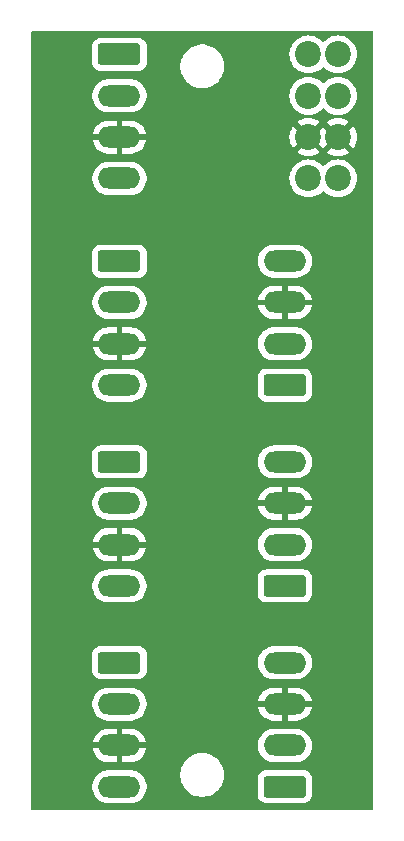
<source format=gbr>
%TF.GenerationSoftware,KiCad,Pcbnew,8.0.2*%
%TF.CreationDate,2024-09-06T00:12:25+02:00*%
%TF.ProjectId,splitX_pluggable_4p,73706c69-7458-45f7-906c-75676761626c,rev?*%
%TF.SameCoordinates,Original*%
%TF.FileFunction,Copper,L3,Inr*%
%TF.FilePolarity,Positive*%
%FSLAX46Y46*%
G04 Gerber Fmt 4.6, Leading zero omitted, Abs format (unit mm)*
G04 Created by KiCad (PCBNEW 8.0.2) date 2024-09-06 00:12:25*
%MOMM*%
%LPD*%
G01*
G04 APERTURE LIST*
G04 Aperture macros list*
%AMRoundRect*
0 Rectangle with rounded corners*
0 $1 Rounding radius*
0 $2 $3 $4 $5 $6 $7 $8 $9 X,Y pos of 4 corners*
0 Add a 4 corners polygon primitive as box body*
4,1,4,$2,$3,$4,$5,$6,$7,$8,$9,$2,$3,0*
0 Add four circle primitives for the rounded corners*
1,1,$1+$1,$2,$3*
1,1,$1+$1,$4,$5*
1,1,$1+$1,$6,$7*
1,1,$1+$1,$8,$9*
0 Add four rect primitives between the rounded corners*
20,1,$1+$1,$2,$3,$4,$5,0*
20,1,$1+$1,$4,$5,$6,$7,0*
20,1,$1+$1,$6,$7,$8,$9,0*
20,1,$1+$1,$8,$9,$2,$3,0*%
G04 Aperture macros list end*
%TA.AperFunction,ComponentPad*%
%ADD10RoundRect,0.250000X-1.550000X0.650000X-1.550000X-0.650000X1.550000X-0.650000X1.550000X0.650000X0*%
%TD*%
%TA.AperFunction,ComponentPad*%
%ADD11O,3.600000X1.800000*%
%TD*%
%TA.AperFunction,ComponentPad*%
%ADD12RoundRect,0.250000X1.550000X-0.650000X1.550000X0.650000X-1.550000X0.650000X-1.550000X-0.650000X0*%
%TD*%
%TA.AperFunction,ComponentPad*%
%ADD13C,2.200000*%
%TD*%
G04 APERTURE END LIST*
D10*
%TO.N,/A*%
%TO.C,J108*%
X91000000Y-99000000D03*
D11*
%TO.N,/B*%
X91000000Y-102500000D03*
%TO.N,/C*%
X91000000Y-106000000D03*
%TO.N,/D*%
X91000000Y-109500000D03*
%TD*%
D12*
%TO.N,/A*%
%TO.C,J107*%
X105000000Y-109500000D03*
D11*
%TO.N,/B*%
X105000000Y-106000000D03*
%TO.N,/C*%
X105000000Y-102500000D03*
%TO.N,/D*%
X105000000Y-99000000D03*
%TD*%
D10*
%TO.N,/A*%
%TO.C,J106*%
X91000000Y-82000000D03*
D11*
%TO.N,/B*%
X91000000Y-85500000D03*
%TO.N,/C*%
X91000000Y-89000000D03*
%TO.N,/D*%
X91000000Y-92500000D03*
%TD*%
D10*
%TO.N,/A*%
%TO.C,J105*%
X91000000Y-47500000D03*
D11*
%TO.N,/B*%
X91000000Y-51000000D03*
%TO.N,/C*%
X91000000Y-54500000D03*
%TO.N,/D*%
X91000000Y-58000000D03*
%TD*%
D13*
%TO.N,/D*%
%TO.C,J104*%
X107000000Y-58000000D03*
X109500000Y-58000000D03*
%TO.N,/C*%
X107000000Y-54500000D03*
X109500000Y-54500000D03*
%TO.N,/B*%
X107000000Y-51000000D03*
X109500000Y-51000000D03*
%TO.N,/A*%
X107000000Y-47500000D03*
X109500000Y-47500000D03*
%TD*%
D12*
%TO.N,/A*%
%TO.C,J103*%
X105000000Y-92500000D03*
D11*
%TO.N,/B*%
X105000000Y-89000000D03*
%TO.N,/C*%
X105000000Y-85500000D03*
%TO.N,/D*%
X105000000Y-82000000D03*
%TD*%
D12*
%TO.N,/A*%
%TO.C,J102*%
X105000000Y-75500000D03*
D11*
%TO.N,/B*%
X105000000Y-72000000D03*
%TO.N,/C*%
X105000000Y-68500000D03*
%TO.N,/D*%
X105000000Y-65000000D03*
%TD*%
D10*
%TO.N,/A*%
%TO.C,J101*%
X91000000Y-65000000D03*
D11*
%TO.N,/B*%
X91000000Y-68500000D03*
%TO.N,/C*%
X91000000Y-72000000D03*
%TO.N,/D*%
X91000000Y-75500000D03*
%TD*%
%TA.AperFunction,Conductor*%
%TO.N,/C*%
G36*
X112442539Y-45520185D02*
G01*
X112488294Y-45572989D01*
X112499500Y-45624500D01*
X112499500Y-111375500D01*
X112479815Y-111442539D01*
X112427011Y-111488294D01*
X112375500Y-111499500D01*
X83624500Y-111499500D01*
X83557461Y-111479815D01*
X83511706Y-111427011D01*
X83500500Y-111375500D01*
X83500500Y-109389778D01*
X88699500Y-109389778D01*
X88699500Y-109610221D01*
X88733985Y-109827952D01*
X88802103Y-110037603D01*
X88802104Y-110037606D01*
X88866110Y-110163222D01*
X88884854Y-110200009D01*
X88902187Y-110234025D01*
X89031752Y-110412358D01*
X89031756Y-110412363D01*
X89187636Y-110568243D01*
X89187641Y-110568247D01*
X89343192Y-110681260D01*
X89365978Y-110697815D01*
X89494375Y-110763237D01*
X89562393Y-110797895D01*
X89562396Y-110797896D01*
X89667221Y-110831955D01*
X89772049Y-110866015D01*
X89989778Y-110900500D01*
X89989779Y-110900500D01*
X92010221Y-110900500D01*
X92010222Y-110900500D01*
X92227951Y-110866015D01*
X92437606Y-110797895D01*
X92634022Y-110697815D01*
X92812365Y-110568242D01*
X92968242Y-110412365D01*
X93097815Y-110234022D01*
X93197895Y-110037606D01*
X93266015Y-109827951D01*
X93300500Y-109610222D01*
X93300500Y-109389778D01*
X93266015Y-109172049D01*
X93197895Y-108962394D01*
X93197895Y-108962393D01*
X93163237Y-108894375D01*
X93097815Y-108765978D01*
X93047848Y-108697204D01*
X92968247Y-108587641D01*
X92968243Y-108587636D01*
X92812363Y-108431756D01*
X92812358Y-108431752D01*
X92739352Y-108378711D01*
X96149500Y-108378711D01*
X96149500Y-108621288D01*
X96181161Y-108861785D01*
X96243947Y-109096104D01*
X96275404Y-109172047D01*
X96336776Y-109320212D01*
X96458064Y-109530289D01*
X96458066Y-109530292D01*
X96458067Y-109530293D01*
X96605733Y-109722736D01*
X96605739Y-109722743D01*
X96777256Y-109894260D01*
X96777262Y-109894265D01*
X96969711Y-110041936D01*
X97179788Y-110163224D01*
X97403900Y-110256054D01*
X97638211Y-110318838D01*
X97818586Y-110342584D01*
X97878711Y-110350500D01*
X97878712Y-110350500D01*
X98121289Y-110350500D01*
X98169388Y-110344167D01*
X98361789Y-110318838D01*
X98596100Y-110256054D01*
X98820212Y-110163224D01*
X99030289Y-110041936D01*
X99222738Y-109894265D01*
X99394265Y-109722738D01*
X99541936Y-109530289D01*
X99663224Y-109320212D01*
X99756054Y-109096100D01*
X99818838Y-108861789D01*
X99826975Y-108799983D01*
X102699500Y-108799983D01*
X102699500Y-110200001D01*
X102699501Y-110200018D01*
X102710000Y-110302796D01*
X102710001Y-110302799D01*
X102746308Y-110412365D01*
X102765186Y-110469334D01*
X102857288Y-110618656D01*
X102981344Y-110742712D01*
X103130666Y-110834814D01*
X103297203Y-110889999D01*
X103399991Y-110900500D01*
X106600008Y-110900499D01*
X106702797Y-110889999D01*
X106869334Y-110834814D01*
X107018656Y-110742712D01*
X107142712Y-110618656D01*
X107234814Y-110469334D01*
X107289999Y-110302797D01*
X107300500Y-110200009D01*
X107300499Y-108799992D01*
X107297024Y-108765978D01*
X107289999Y-108697203D01*
X107289998Y-108697200D01*
X107264843Y-108621288D01*
X107234814Y-108530666D01*
X107142712Y-108381344D01*
X107018656Y-108257288D01*
X106869334Y-108165186D01*
X106702797Y-108110001D01*
X106702795Y-108110000D01*
X106600010Y-108099500D01*
X103399998Y-108099500D01*
X103399981Y-108099501D01*
X103297203Y-108110000D01*
X103297200Y-108110001D01*
X103130668Y-108165185D01*
X103130663Y-108165187D01*
X102981342Y-108257289D01*
X102857289Y-108381342D01*
X102765187Y-108530663D01*
X102765186Y-108530666D01*
X102710001Y-108697203D01*
X102710001Y-108697204D01*
X102710000Y-108697204D01*
X102699500Y-108799983D01*
X99826975Y-108799983D01*
X99850500Y-108621288D01*
X99850500Y-108378712D01*
X99818838Y-108138211D01*
X99756054Y-107903900D01*
X99663224Y-107679788D01*
X99541936Y-107469711D01*
X99394265Y-107277262D01*
X99394260Y-107277256D01*
X99222743Y-107105739D01*
X99222736Y-107105733D01*
X99030293Y-106958067D01*
X99030292Y-106958066D01*
X99030289Y-106958064D01*
X98820212Y-106836776D01*
X98820205Y-106836773D01*
X98596104Y-106743947D01*
X98361785Y-106681161D01*
X98121289Y-106649500D01*
X98121288Y-106649500D01*
X97878712Y-106649500D01*
X97878711Y-106649500D01*
X97638214Y-106681161D01*
X97403895Y-106743947D01*
X97179794Y-106836773D01*
X97179785Y-106836777D01*
X96969706Y-106958067D01*
X96777263Y-107105733D01*
X96777256Y-107105739D01*
X96605739Y-107277256D01*
X96605733Y-107277263D01*
X96458067Y-107469706D01*
X96336777Y-107679785D01*
X96336773Y-107679794D01*
X96243947Y-107903895D01*
X96181161Y-108138214D01*
X96149500Y-108378711D01*
X92739352Y-108378711D01*
X92634025Y-108302187D01*
X92634024Y-108302186D01*
X92634022Y-108302185D01*
X92545908Y-108257288D01*
X92437606Y-108202104D01*
X92437603Y-108202103D01*
X92227952Y-108133985D01*
X92076516Y-108110000D01*
X92010222Y-108099500D01*
X89989778Y-108099500D01*
X89923484Y-108110000D01*
X89772047Y-108133985D01*
X89562396Y-108202103D01*
X89562393Y-108202104D01*
X89365974Y-108302187D01*
X89187641Y-108431752D01*
X89187636Y-108431756D01*
X89031756Y-108587636D01*
X89031752Y-108587641D01*
X88902187Y-108765974D01*
X88802104Y-108962393D01*
X88802103Y-108962396D01*
X88733985Y-109172047D01*
X88699500Y-109389778D01*
X83500500Y-109389778D01*
X83500500Y-105750000D01*
X88722145Y-105750000D01*
X90451518Y-105750000D01*
X90440889Y-105768409D01*
X90400000Y-105921009D01*
X90400000Y-106078991D01*
X90440889Y-106231591D01*
X90451518Y-106250000D01*
X88722145Y-106250000D01*
X88734473Y-106327835D01*
X88734473Y-106327838D01*
X88802567Y-106537410D01*
X88902613Y-106733760D01*
X89032142Y-106912041D01*
X89187958Y-107067857D01*
X89366239Y-107197386D01*
X89562589Y-107297432D01*
X89772164Y-107365526D01*
X89989819Y-107400000D01*
X90750000Y-107400000D01*
X90750000Y-106548482D01*
X90768409Y-106559111D01*
X90921009Y-106600000D01*
X91078991Y-106600000D01*
X91231591Y-106559111D01*
X91250000Y-106548482D01*
X91250000Y-107400000D01*
X92010181Y-107400000D01*
X92227835Y-107365526D01*
X92437410Y-107297432D01*
X92633760Y-107197386D01*
X92812041Y-107067857D01*
X92967857Y-106912041D01*
X93097386Y-106733760D01*
X93197432Y-106537410D01*
X93265526Y-106327838D01*
X93265526Y-106327835D01*
X93277855Y-106250000D01*
X91548482Y-106250000D01*
X91559111Y-106231591D01*
X91600000Y-106078991D01*
X91600000Y-105921009D01*
X91591632Y-105889778D01*
X102699500Y-105889778D01*
X102699500Y-106110221D01*
X102733985Y-106327952D01*
X102802103Y-106537603D01*
X102802104Y-106537606D01*
X102902187Y-106734025D01*
X103031752Y-106912358D01*
X103031756Y-106912363D01*
X103187636Y-107068243D01*
X103187641Y-107068247D01*
X103343192Y-107181260D01*
X103365978Y-107197815D01*
X103494375Y-107263237D01*
X103562393Y-107297895D01*
X103562396Y-107297896D01*
X103667221Y-107331955D01*
X103772049Y-107366015D01*
X103989778Y-107400500D01*
X103989779Y-107400500D01*
X106010221Y-107400500D01*
X106010222Y-107400500D01*
X106227951Y-107366015D01*
X106437606Y-107297895D01*
X106634022Y-107197815D01*
X106812365Y-107068242D01*
X106968242Y-106912365D01*
X107097815Y-106734022D01*
X107197895Y-106537606D01*
X107266015Y-106327951D01*
X107300500Y-106110222D01*
X107300500Y-105889778D01*
X107266015Y-105672049D01*
X107231955Y-105567221D01*
X107197896Y-105462396D01*
X107197895Y-105462393D01*
X107163237Y-105394375D01*
X107097815Y-105265978D01*
X106968477Y-105087958D01*
X106968247Y-105087641D01*
X106968243Y-105087636D01*
X106812363Y-104931756D01*
X106812358Y-104931752D01*
X106634025Y-104802187D01*
X106634024Y-104802186D01*
X106634022Y-104802185D01*
X106571096Y-104770122D01*
X106437606Y-104702104D01*
X106437603Y-104702103D01*
X106227952Y-104633985D01*
X106119086Y-104616742D01*
X106010222Y-104599500D01*
X103989778Y-104599500D01*
X103917201Y-104610995D01*
X103772047Y-104633985D01*
X103562396Y-104702103D01*
X103562393Y-104702104D01*
X103365974Y-104802187D01*
X103187641Y-104931752D01*
X103187636Y-104931756D01*
X103031756Y-105087636D01*
X103031752Y-105087641D01*
X102902187Y-105265974D01*
X102802104Y-105462393D01*
X102802103Y-105462396D01*
X102733985Y-105672047D01*
X102699500Y-105889778D01*
X91591632Y-105889778D01*
X91559111Y-105768409D01*
X91548482Y-105750000D01*
X93277855Y-105750000D01*
X93265526Y-105672164D01*
X93265526Y-105672161D01*
X93197432Y-105462589D01*
X93097386Y-105266239D01*
X92967857Y-105087958D01*
X92812041Y-104932142D01*
X92633760Y-104802613D01*
X92437410Y-104702567D01*
X92227835Y-104634473D01*
X92010181Y-104600000D01*
X91250000Y-104600000D01*
X91250000Y-105451517D01*
X91231591Y-105440889D01*
X91078991Y-105400000D01*
X90921009Y-105400000D01*
X90768409Y-105440889D01*
X90750000Y-105451517D01*
X90750000Y-104600000D01*
X89989819Y-104600000D01*
X89772164Y-104634473D01*
X89562589Y-104702567D01*
X89366239Y-104802613D01*
X89187958Y-104932142D01*
X89032142Y-105087958D01*
X88902613Y-105266239D01*
X88802567Y-105462589D01*
X88734473Y-105672161D01*
X88734473Y-105672164D01*
X88722145Y-105750000D01*
X83500500Y-105750000D01*
X83500500Y-102389778D01*
X88699500Y-102389778D01*
X88699500Y-102610221D01*
X88733985Y-102827952D01*
X88802103Y-103037603D01*
X88802104Y-103037606D01*
X88902187Y-103234025D01*
X89031752Y-103412358D01*
X89031756Y-103412363D01*
X89187636Y-103568243D01*
X89187641Y-103568247D01*
X89343192Y-103681260D01*
X89365978Y-103697815D01*
X89494375Y-103763237D01*
X89562393Y-103797895D01*
X89562396Y-103797896D01*
X89667221Y-103831955D01*
X89772049Y-103866015D01*
X89989778Y-103900500D01*
X89989779Y-103900500D01*
X92010221Y-103900500D01*
X92010222Y-103900500D01*
X92227951Y-103866015D01*
X92437606Y-103797895D01*
X92634022Y-103697815D01*
X92812365Y-103568242D01*
X92968242Y-103412365D01*
X93097815Y-103234022D01*
X93197895Y-103037606D01*
X93266015Y-102827951D01*
X93300500Y-102610222D01*
X93300500Y-102389778D01*
X93278361Y-102250000D01*
X102722145Y-102250000D01*
X104451518Y-102250000D01*
X104440889Y-102268409D01*
X104400000Y-102421009D01*
X104400000Y-102578991D01*
X104440889Y-102731591D01*
X104451518Y-102750000D01*
X102722145Y-102750000D01*
X102734473Y-102827835D01*
X102734473Y-102827838D01*
X102802567Y-103037410D01*
X102902613Y-103233760D01*
X103032142Y-103412041D01*
X103187958Y-103567857D01*
X103366239Y-103697386D01*
X103562589Y-103797432D01*
X103772164Y-103865526D01*
X103989819Y-103900000D01*
X104750000Y-103900000D01*
X104750000Y-103048482D01*
X104768409Y-103059111D01*
X104921009Y-103100000D01*
X105078991Y-103100000D01*
X105231591Y-103059111D01*
X105250000Y-103048482D01*
X105250000Y-103900000D01*
X106010181Y-103900000D01*
X106227835Y-103865526D01*
X106437410Y-103797432D01*
X106633760Y-103697386D01*
X106812041Y-103567857D01*
X106967857Y-103412041D01*
X107097386Y-103233760D01*
X107197432Y-103037410D01*
X107265526Y-102827838D01*
X107265526Y-102827835D01*
X107277855Y-102750000D01*
X105548482Y-102750000D01*
X105559111Y-102731591D01*
X105600000Y-102578991D01*
X105600000Y-102421009D01*
X105559111Y-102268409D01*
X105548482Y-102250000D01*
X107277855Y-102250000D01*
X107265526Y-102172164D01*
X107265526Y-102172161D01*
X107197432Y-101962589D01*
X107097386Y-101766239D01*
X106967857Y-101587958D01*
X106812041Y-101432142D01*
X106633760Y-101302613D01*
X106437410Y-101202567D01*
X106227835Y-101134473D01*
X106010181Y-101100000D01*
X105250000Y-101100000D01*
X105250000Y-101951517D01*
X105231591Y-101940889D01*
X105078991Y-101900000D01*
X104921009Y-101900000D01*
X104768409Y-101940889D01*
X104750000Y-101951517D01*
X104750000Y-101100000D01*
X103989819Y-101100000D01*
X103772164Y-101134473D01*
X103562589Y-101202567D01*
X103366239Y-101302613D01*
X103187958Y-101432142D01*
X103032142Y-101587958D01*
X102902613Y-101766239D01*
X102802567Y-101962589D01*
X102734473Y-102172161D01*
X102734473Y-102172164D01*
X102722145Y-102250000D01*
X93278361Y-102250000D01*
X93266015Y-102172049D01*
X93231955Y-102067221D01*
X93197896Y-101962396D01*
X93197895Y-101962393D01*
X93163237Y-101894375D01*
X93097815Y-101765978D01*
X92968477Y-101587958D01*
X92968247Y-101587641D01*
X92968243Y-101587636D01*
X92812363Y-101431756D01*
X92812358Y-101431752D01*
X92634025Y-101302187D01*
X92634024Y-101302186D01*
X92634022Y-101302185D01*
X92571096Y-101270122D01*
X92437606Y-101202104D01*
X92437603Y-101202103D01*
X92227952Y-101133985D01*
X92119086Y-101116742D01*
X92010222Y-101099500D01*
X89989778Y-101099500D01*
X89917201Y-101110995D01*
X89772047Y-101133985D01*
X89562396Y-101202103D01*
X89562393Y-101202104D01*
X89365974Y-101302187D01*
X89187641Y-101431752D01*
X89187636Y-101431756D01*
X89031756Y-101587636D01*
X89031752Y-101587641D01*
X88902187Y-101765974D01*
X88802104Y-101962393D01*
X88802103Y-101962396D01*
X88733985Y-102172047D01*
X88699500Y-102389778D01*
X83500500Y-102389778D01*
X83500500Y-98299983D01*
X88699500Y-98299983D01*
X88699500Y-99700001D01*
X88699501Y-99700018D01*
X88710000Y-99802796D01*
X88710001Y-99802799D01*
X88746308Y-99912365D01*
X88765186Y-99969334D01*
X88857288Y-100118656D01*
X88981344Y-100242712D01*
X89130666Y-100334814D01*
X89297203Y-100389999D01*
X89399991Y-100400500D01*
X92600008Y-100400499D01*
X92702797Y-100389999D01*
X92869334Y-100334814D01*
X93018656Y-100242712D01*
X93142712Y-100118656D01*
X93234814Y-99969334D01*
X93289999Y-99802797D01*
X93300500Y-99700009D01*
X93300499Y-98889778D01*
X102699500Y-98889778D01*
X102699500Y-99110221D01*
X102733985Y-99327952D01*
X102802103Y-99537603D01*
X102802104Y-99537606D01*
X102870122Y-99671096D01*
X102884854Y-99700009D01*
X102902187Y-99734025D01*
X103031752Y-99912358D01*
X103031756Y-99912363D01*
X103187636Y-100068243D01*
X103187641Y-100068247D01*
X103343192Y-100181260D01*
X103365978Y-100197815D01*
X103494375Y-100263237D01*
X103562393Y-100297895D01*
X103562396Y-100297896D01*
X103667221Y-100331955D01*
X103772049Y-100366015D01*
X103989778Y-100400500D01*
X103989779Y-100400500D01*
X106010221Y-100400500D01*
X106010222Y-100400500D01*
X106227951Y-100366015D01*
X106437606Y-100297895D01*
X106634022Y-100197815D01*
X106812365Y-100068242D01*
X106968242Y-99912365D01*
X107097815Y-99734022D01*
X107197895Y-99537606D01*
X107266015Y-99327951D01*
X107300500Y-99110222D01*
X107300500Y-98889778D01*
X107266015Y-98672049D01*
X107197895Y-98462394D01*
X107197895Y-98462393D01*
X107115149Y-98299998D01*
X107097815Y-98265978D01*
X107047848Y-98197204D01*
X106968247Y-98087641D01*
X106968243Y-98087636D01*
X106812363Y-97931756D01*
X106812358Y-97931752D01*
X106634025Y-97802187D01*
X106634024Y-97802186D01*
X106634022Y-97802185D01*
X106545908Y-97757288D01*
X106437606Y-97702104D01*
X106437603Y-97702103D01*
X106227952Y-97633985D01*
X106076516Y-97610000D01*
X106010222Y-97599500D01*
X103989778Y-97599500D01*
X103923484Y-97610000D01*
X103772047Y-97633985D01*
X103562396Y-97702103D01*
X103562393Y-97702104D01*
X103365974Y-97802187D01*
X103187641Y-97931752D01*
X103187636Y-97931756D01*
X103031756Y-98087636D01*
X103031752Y-98087641D01*
X102902187Y-98265974D01*
X102802104Y-98462393D01*
X102802103Y-98462396D01*
X102733985Y-98672047D01*
X102699500Y-98889778D01*
X93300499Y-98889778D01*
X93300499Y-98299992D01*
X93297024Y-98265978D01*
X93289999Y-98197203D01*
X93289998Y-98197200D01*
X93234814Y-98030666D01*
X93142712Y-97881344D01*
X93018656Y-97757288D01*
X92869334Y-97665186D01*
X92702797Y-97610001D01*
X92702795Y-97610000D01*
X92600010Y-97599500D01*
X89399998Y-97599500D01*
X89399981Y-97599501D01*
X89297203Y-97610000D01*
X89297200Y-97610001D01*
X89130668Y-97665185D01*
X89130663Y-97665187D01*
X88981342Y-97757289D01*
X88857289Y-97881342D01*
X88765187Y-98030663D01*
X88765186Y-98030666D01*
X88710001Y-98197203D01*
X88710001Y-98197204D01*
X88710000Y-98197204D01*
X88699500Y-98299983D01*
X83500500Y-98299983D01*
X83500500Y-92389778D01*
X88699500Y-92389778D01*
X88699500Y-92610221D01*
X88733985Y-92827952D01*
X88802103Y-93037603D01*
X88802104Y-93037606D01*
X88870122Y-93171096D01*
X88884854Y-93200009D01*
X88902187Y-93234025D01*
X89031752Y-93412358D01*
X89031756Y-93412363D01*
X89187636Y-93568243D01*
X89187641Y-93568247D01*
X89343192Y-93681260D01*
X89365978Y-93697815D01*
X89494375Y-93763237D01*
X89562393Y-93797895D01*
X89562396Y-93797896D01*
X89667221Y-93831955D01*
X89772049Y-93866015D01*
X89989778Y-93900500D01*
X89989779Y-93900500D01*
X92010221Y-93900500D01*
X92010222Y-93900500D01*
X92227951Y-93866015D01*
X92437606Y-93797895D01*
X92634022Y-93697815D01*
X92812365Y-93568242D01*
X92968242Y-93412365D01*
X93097815Y-93234022D01*
X93197895Y-93037606D01*
X93266015Y-92827951D01*
X93300500Y-92610222D01*
X93300500Y-92389778D01*
X93266015Y-92172049D01*
X93197895Y-91962394D01*
X93197895Y-91962393D01*
X93115149Y-91799998D01*
X93115141Y-91799983D01*
X102699500Y-91799983D01*
X102699500Y-93200001D01*
X102699501Y-93200018D01*
X102710000Y-93302796D01*
X102710001Y-93302799D01*
X102746308Y-93412365D01*
X102765186Y-93469334D01*
X102857288Y-93618656D01*
X102981344Y-93742712D01*
X103130666Y-93834814D01*
X103297203Y-93889999D01*
X103399991Y-93900500D01*
X106600008Y-93900499D01*
X106702797Y-93889999D01*
X106869334Y-93834814D01*
X107018656Y-93742712D01*
X107142712Y-93618656D01*
X107234814Y-93469334D01*
X107289999Y-93302797D01*
X107300500Y-93200009D01*
X107300499Y-91799992D01*
X107297024Y-91765978D01*
X107289999Y-91697203D01*
X107289998Y-91697200D01*
X107234814Y-91530666D01*
X107142712Y-91381344D01*
X107018656Y-91257288D01*
X106869334Y-91165186D01*
X106702797Y-91110001D01*
X106702795Y-91110000D01*
X106600010Y-91099500D01*
X103399998Y-91099500D01*
X103399981Y-91099501D01*
X103297203Y-91110000D01*
X103297200Y-91110001D01*
X103130668Y-91165185D01*
X103130663Y-91165187D01*
X102981342Y-91257289D01*
X102857289Y-91381342D01*
X102765187Y-91530663D01*
X102765186Y-91530666D01*
X102710001Y-91697203D01*
X102710001Y-91697204D01*
X102710000Y-91697204D01*
X102699500Y-91799983D01*
X93115141Y-91799983D01*
X93097815Y-91765978D01*
X93047848Y-91697204D01*
X92968247Y-91587641D01*
X92968243Y-91587636D01*
X92812363Y-91431756D01*
X92812358Y-91431752D01*
X92634025Y-91302187D01*
X92634024Y-91302186D01*
X92634022Y-91302185D01*
X92545908Y-91257288D01*
X92437606Y-91202104D01*
X92437603Y-91202103D01*
X92227952Y-91133985D01*
X92076516Y-91110000D01*
X92010222Y-91099500D01*
X89989778Y-91099500D01*
X89923484Y-91110000D01*
X89772047Y-91133985D01*
X89562396Y-91202103D01*
X89562393Y-91202104D01*
X89365974Y-91302187D01*
X89187641Y-91431752D01*
X89187636Y-91431756D01*
X89031756Y-91587636D01*
X89031752Y-91587641D01*
X88902187Y-91765974D01*
X88802104Y-91962393D01*
X88802103Y-91962396D01*
X88733985Y-92172047D01*
X88699500Y-92389778D01*
X83500500Y-92389778D01*
X83500500Y-88750000D01*
X88722145Y-88750000D01*
X90451518Y-88750000D01*
X90440889Y-88768409D01*
X90400000Y-88921009D01*
X90400000Y-89078991D01*
X90440889Y-89231591D01*
X90451518Y-89250000D01*
X88722145Y-89250000D01*
X88734473Y-89327835D01*
X88734473Y-89327838D01*
X88802567Y-89537410D01*
X88902613Y-89733760D01*
X89032142Y-89912041D01*
X89187958Y-90067857D01*
X89366239Y-90197386D01*
X89562589Y-90297432D01*
X89772164Y-90365526D01*
X89989819Y-90400000D01*
X90750000Y-90400000D01*
X90750000Y-89548482D01*
X90768409Y-89559111D01*
X90921009Y-89600000D01*
X91078991Y-89600000D01*
X91231591Y-89559111D01*
X91250000Y-89548482D01*
X91250000Y-90400000D01*
X92010181Y-90400000D01*
X92227835Y-90365526D01*
X92437410Y-90297432D01*
X92633760Y-90197386D01*
X92812041Y-90067857D01*
X92967857Y-89912041D01*
X93097386Y-89733760D01*
X93197432Y-89537410D01*
X93265526Y-89327838D01*
X93265526Y-89327835D01*
X93277855Y-89250000D01*
X91548482Y-89250000D01*
X91559111Y-89231591D01*
X91600000Y-89078991D01*
X91600000Y-88921009D01*
X91591632Y-88889778D01*
X102699500Y-88889778D01*
X102699500Y-89110221D01*
X102733985Y-89327952D01*
X102802103Y-89537603D01*
X102802104Y-89537606D01*
X102902187Y-89734025D01*
X103031752Y-89912358D01*
X103031756Y-89912363D01*
X103187636Y-90068243D01*
X103187641Y-90068247D01*
X103343192Y-90181260D01*
X103365978Y-90197815D01*
X103494375Y-90263237D01*
X103562393Y-90297895D01*
X103562396Y-90297896D01*
X103667221Y-90331955D01*
X103772049Y-90366015D01*
X103989778Y-90400500D01*
X103989779Y-90400500D01*
X106010221Y-90400500D01*
X106010222Y-90400500D01*
X106227951Y-90366015D01*
X106437606Y-90297895D01*
X106634022Y-90197815D01*
X106812365Y-90068242D01*
X106968242Y-89912365D01*
X107097815Y-89734022D01*
X107197895Y-89537606D01*
X107266015Y-89327951D01*
X107300500Y-89110222D01*
X107300500Y-88889778D01*
X107266015Y-88672049D01*
X107231955Y-88567221D01*
X107197896Y-88462396D01*
X107197895Y-88462393D01*
X107163237Y-88394375D01*
X107097815Y-88265978D01*
X106968477Y-88087958D01*
X106968247Y-88087641D01*
X106968243Y-88087636D01*
X106812363Y-87931756D01*
X106812358Y-87931752D01*
X106634025Y-87802187D01*
X106634024Y-87802186D01*
X106634022Y-87802185D01*
X106571096Y-87770122D01*
X106437606Y-87702104D01*
X106437603Y-87702103D01*
X106227952Y-87633985D01*
X106119086Y-87616742D01*
X106010222Y-87599500D01*
X103989778Y-87599500D01*
X103917201Y-87610995D01*
X103772047Y-87633985D01*
X103562396Y-87702103D01*
X103562393Y-87702104D01*
X103365974Y-87802187D01*
X103187641Y-87931752D01*
X103187636Y-87931756D01*
X103031756Y-88087636D01*
X103031752Y-88087641D01*
X102902187Y-88265974D01*
X102802104Y-88462393D01*
X102802103Y-88462396D01*
X102733985Y-88672047D01*
X102699500Y-88889778D01*
X91591632Y-88889778D01*
X91559111Y-88768409D01*
X91548482Y-88750000D01*
X93277855Y-88750000D01*
X93265526Y-88672164D01*
X93265526Y-88672161D01*
X93197432Y-88462589D01*
X93097386Y-88266239D01*
X92967857Y-88087958D01*
X92812041Y-87932142D01*
X92633760Y-87802613D01*
X92437410Y-87702567D01*
X92227835Y-87634473D01*
X92010181Y-87600000D01*
X91250000Y-87600000D01*
X91250000Y-88451517D01*
X91231591Y-88440889D01*
X91078991Y-88400000D01*
X90921009Y-88400000D01*
X90768409Y-88440889D01*
X90750000Y-88451517D01*
X90750000Y-87600000D01*
X89989819Y-87600000D01*
X89772164Y-87634473D01*
X89562589Y-87702567D01*
X89366239Y-87802613D01*
X89187958Y-87932142D01*
X89032142Y-88087958D01*
X88902613Y-88266239D01*
X88802567Y-88462589D01*
X88734473Y-88672161D01*
X88734473Y-88672164D01*
X88722145Y-88750000D01*
X83500500Y-88750000D01*
X83500500Y-85389778D01*
X88699500Y-85389778D01*
X88699500Y-85610221D01*
X88733985Y-85827952D01*
X88802103Y-86037603D01*
X88802104Y-86037606D01*
X88902187Y-86234025D01*
X89031752Y-86412358D01*
X89031756Y-86412363D01*
X89187636Y-86568243D01*
X89187641Y-86568247D01*
X89343192Y-86681260D01*
X89365978Y-86697815D01*
X89494375Y-86763237D01*
X89562393Y-86797895D01*
X89562396Y-86797896D01*
X89667221Y-86831955D01*
X89772049Y-86866015D01*
X89989778Y-86900500D01*
X89989779Y-86900500D01*
X92010221Y-86900500D01*
X92010222Y-86900500D01*
X92227951Y-86866015D01*
X92437606Y-86797895D01*
X92634022Y-86697815D01*
X92812365Y-86568242D01*
X92968242Y-86412365D01*
X93097815Y-86234022D01*
X93197895Y-86037606D01*
X93266015Y-85827951D01*
X93300500Y-85610222D01*
X93300500Y-85389778D01*
X93278361Y-85250000D01*
X102722145Y-85250000D01*
X104451518Y-85250000D01*
X104440889Y-85268409D01*
X104400000Y-85421009D01*
X104400000Y-85578991D01*
X104440889Y-85731591D01*
X104451518Y-85750000D01*
X102722145Y-85750000D01*
X102734473Y-85827835D01*
X102734473Y-85827838D01*
X102802567Y-86037410D01*
X102902613Y-86233760D01*
X103032142Y-86412041D01*
X103187958Y-86567857D01*
X103366239Y-86697386D01*
X103562589Y-86797432D01*
X103772164Y-86865526D01*
X103989819Y-86900000D01*
X104750000Y-86900000D01*
X104750000Y-86048482D01*
X104768409Y-86059111D01*
X104921009Y-86100000D01*
X105078991Y-86100000D01*
X105231591Y-86059111D01*
X105250000Y-86048482D01*
X105250000Y-86900000D01*
X106010181Y-86900000D01*
X106227835Y-86865526D01*
X106437410Y-86797432D01*
X106633760Y-86697386D01*
X106812041Y-86567857D01*
X106967857Y-86412041D01*
X107097386Y-86233760D01*
X107197432Y-86037410D01*
X107265526Y-85827838D01*
X107265526Y-85827835D01*
X107277855Y-85750000D01*
X105548482Y-85750000D01*
X105559111Y-85731591D01*
X105600000Y-85578991D01*
X105600000Y-85421009D01*
X105559111Y-85268409D01*
X105548482Y-85250000D01*
X107277855Y-85250000D01*
X107265526Y-85172164D01*
X107265526Y-85172161D01*
X107197432Y-84962589D01*
X107097386Y-84766239D01*
X106967857Y-84587958D01*
X106812041Y-84432142D01*
X106633760Y-84302613D01*
X106437410Y-84202567D01*
X106227835Y-84134473D01*
X106010181Y-84100000D01*
X105250000Y-84100000D01*
X105250000Y-84951517D01*
X105231591Y-84940889D01*
X105078991Y-84900000D01*
X104921009Y-84900000D01*
X104768409Y-84940889D01*
X104750000Y-84951517D01*
X104750000Y-84100000D01*
X103989819Y-84100000D01*
X103772164Y-84134473D01*
X103562589Y-84202567D01*
X103366239Y-84302613D01*
X103187958Y-84432142D01*
X103032142Y-84587958D01*
X102902613Y-84766239D01*
X102802567Y-84962589D01*
X102734473Y-85172161D01*
X102734473Y-85172164D01*
X102722145Y-85250000D01*
X93278361Y-85250000D01*
X93266015Y-85172049D01*
X93231955Y-85067221D01*
X93197896Y-84962396D01*
X93197895Y-84962393D01*
X93163237Y-84894375D01*
X93097815Y-84765978D01*
X92968477Y-84587958D01*
X92968247Y-84587641D01*
X92968243Y-84587636D01*
X92812363Y-84431756D01*
X92812358Y-84431752D01*
X92634025Y-84302187D01*
X92634024Y-84302186D01*
X92634022Y-84302185D01*
X92571096Y-84270122D01*
X92437606Y-84202104D01*
X92437603Y-84202103D01*
X92227952Y-84133985D01*
X92119086Y-84116742D01*
X92010222Y-84099500D01*
X89989778Y-84099500D01*
X89917201Y-84110995D01*
X89772047Y-84133985D01*
X89562396Y-84202103D01*
X89562393Y-84202104D01*
X89365974Y-84302187D01*
X89187641Y-84431752D01*
X89187636Y-84431756D01*
X89031756Y-84587636D01*
X89031752Y-84587641D01*
X88902187Y-84765974D01*
X88802104Y-84962393D01*
X88802103Y-84962396D01*
X88733985Y-85172047D01*
X88699500Y-85389778D01*
X83500500Y-85389778D01*
X83500500Y-81299983D01*
X88699500Y-81299983D01*
X88699500Y-82700001D01*
X88699501Y-82700018D01*
X88710000Y-82802796D01*
X88710001Y-82802799D01*
X88746308Y-82912365D01*
X88765186Y-82969334D01*
X88857288Y-83118656D01*
X88981344Y-83242712D01*
X89130666Y-83334814D01*
X89297203Y-83389999D01*
X89399991Y-83400500D01*
X92600008Y-83400499D01*
X92702797Y-83389999D01*
X92869334Y-83334814D01*
X93018656Y-83242712D01*
X93142712Y-83118656D01*
X93234814Y-82969334D01*
X93289999Y-82802797D01*
X93300500Y-82700009D01*
X93300499Y-81889778D01*
X102699500Y-81889778D01*
X102699500Y-82110221D01*
X102733985Y-82327952D01*
X102802103Y-82537603D01*
X102802104Y-82537606D01*
X102870122Y-82671096D01*
X102884854Y-82700009D01*
X102902187Y-82734025D01*
X103031752Y-82912358D01*
X103031756Y-82912363D01*
X103187636Y-83068243D01*
X103187641Y-83068247D01*
X103343192Y-83181260D01*
X103365978Y-83197815D01*
X103494375Y-83263237D01*
X103562393Y-83297895D01*
X103562396Y-83297896D01*
X103667221Y-83331955D01*
X103772049Y-83366015D01*
X103989778Y-83400500D01*
X103989779Y-83400500D01*
X106010221Y-83400500D01*
X106010222Y-83400500D01*
X106227951Y-83366015D01*
X106437606Y-83297895D01*
X106634022Y-83197815D01*
X106812365Y-83068242D01*
X106968242Y-82912365D01*
X107097815Y-82734022D01*
X107197895Y-82537606D01*
X107266015Y-82327951D01*
X107300500Y-82110222D01*
X107300500Y-81889778D01*
X107266015Y-81672049D01*
X107197895Y-81462394D01*
X107197895Y-81462393D01*
X107115149Y-81299998D01*
X107097815Y-81265978D01*
X107047848Y-81197204D01*
X106968247Y-81087641D01*
X106968243Y-81087636D01*
X106812363Y-80931756D01*
X106812358Y-80931752D01*
X106634025Y-80802187D01*
X106634024Y-80802186D01*
X106634022Y-80802185D01*
X106545908Y-80757288D01*
X106437606Y-80702104D01*
X106437603Y-80702103D01*
X106227952Y-80633985D01*
X106076516Y-80610000D01*
X106010222Y-80599500D01*
X103989778Y-80599500D01*
X103923484Y-80610000D01*
X103772047Y-80633985D01*
X103562396Y-80702103D01*
X103562393Y-80702104D01*
X103365974Y-80802187D01*
X103187641Y-80931752D01*
X103187636Y-80931756D01*
X103031756Y-81087636D01*
X103031752Y-81087641D01*
X102902187Y-81265974D01*
X102802104Y-81462393D01*
X102802103Y-81462396D01*
X102733985Y-81672047D01*
X102699500Y-81889778D01*
X93300499Y-81889778D01*
X93300499Y-81299992D01*
X93297024Y-81265978D01*
X93289999Y-81197203D01*
X93289998Y-81197200D01*
X93234814Y-81030666D01*
X93142712Y-80881344D01*
X93018656Y-80757288D01*
X92869334Y-80665186D01*
X92702797Y-80610001D01*
X92702795Y-80610000D01*
X92600010Y-80599500D01*
X89399998Y-80599500D01*
X89399981Y-80599501D01*
X89297203Y-80610000D01*
X89297200Y-80610001D01*
X89130668Y-80665185D01*
X89130663Y-80665187D01*
X88981342Y-80757289D01*
X88857289Y-80881342D01*
X88765187Y-81030663D01*
X88765186Y-81030666D01*
X88710001Y-81197203D01*
X88710001Y-81197204D01*
X88710000Y-81197204D01*
X88699500Y-81299983D01*
X83500500Y-81299983D01*
X83500500Y-75389778D01*
X88699500Y-75389778D01*
X88699500Y-75610221D01*
X88733985Y-75827952D01*
X88802103Y-76037603D01*
X88802104Y-76037606D01*
X88870122Y-76171096D01*
X88884854Y-76200009D01*
X88902187Y-76234025D01*
X89031752Y-76412358D01*
X89031756Y-76412363D01*
X89187636Y-76568243D01*
X89187641Y-76568247D01*
X89343192Y-76681260D01*
X89365978Y-76697815D01*
X89494375Y-76763237D01*
X89562393Y-76797895D01*
X89562396Y-76797896D01*
X89667221Y-76831955D01*
X89772049Y-76866015D01*
X89989778Y-76900500D01*
X89989779Y-76900500D01*
X92010221Y-76900500D01*
X92010222Y-76900500D01*
X92227951Y-76866015D01*
X92437606Y-76797895D01*
X92634022Y-76697815D01*
X92812365Y-76568242D01*
X92968242Y-76412365D01*
X93097815Y-76234022D01*
X93197895Y-76037606D01*
X93266015Y-75827951D01*
X93300500Y-75610222D01*
X93300500Y-75389778D01*
X93266015Y-75172049D01*
X93197895Y-74962394D01*
X93197895Y-74962393D01*
X93115149Y-74799998D01*
X93115141Y-74799983D01*
X102699500Y-74799983D01*
X102699500Y-76200001D01*
X102699501Y-76200018D01*
X102710000Y-76302796D01*
X102710001Y-76302799D01*
X102746308Y-76412365D01*
X102765186Y-76469334D01*
X102857288Y-76618656D01*
X102981344Y-76742712D01*
X103130666Y-76834814D01*
X103297203Y-76889999D01*
X103399991Y-76900500D01*
X106600008Y-76900499D01*
X106702797Y-76889999D01*
X106869334Y-76834814D01*
X107018656Y-76742712D01*
X107142712Y-76618656D01*
X107234814Y-76469334D01*
X107289999Y-76302797D01*
X107300500Y-76200009D01*
X107300499Y-74799992D01*
X107297024Y-74765978D01*
X107289999Y-74697203D01*
X107289998Y-74697200D01*
X107234814Y-74530666D01*
X107142712Y-74381344D01*
X107018656Y-74257288D01*
X106869334Y-74165186D01*
X106702797Y-74110001D01*
X106702795Y-74110000D01*
X106600010Y-74099500D01*
X103399998Y-74099500D01*
X103399981Y-74099501D01*
X103297203Y-74110000D01*
X103297200Y-74110001D01*
X103130668Y-74165185D01*
X103130663Y-74165187D01*
X102981342Y-74257289D01*
X102857289Y-74381342D01*
X102765187Y-74530663D01*
X102765186Y-74530666D01*
X102710001Y-74697203D01*
X102710001Y-74697204D01*
X102710000Y-74697204D01*
X102699500Y-74799983D01*
X93115141Y-74799983D01*
X93097815Y-74765978D01*
X93047848Y-74697204D01*
X92968247Y-74587641D01*
X92968243Y-74587636D01*
X92812363Y-74431756D01*
X92812358Y-74431752D01*
X92634025Y-74302187D01*
X92634024Y-74302186D01*
X92634022Y-74302185D01*
X92545908Y-74257288D01*
X92437606Y-74202104D01*
X92437603Y-74202103D01*
X92227952Y-74133985D01*
X92076516Y-74110000D01*
X92010222Y-74099500D01*
X89989778Y-74099500D01*
X89923484Y-74110000D01*
X89772047Y-74133985D01*
X89562396Y-74202103D01*
X89562393Y-74202104D01*
X89365974Y-74302187D01*
X89187641Y-74431752D01*
X89187636Y-74431756D01*
X89031756Y-74587636D01*
X89031752Y-74587641D01*
X88902187Y-74765974D01*
X88802104Y-74962393D01*
X88802103Y-74962396D01*
X88733985Y-75172047D01*
X88699500Y-75389778D01*
X83500500Y-75389778D01*
X83500500Y-71750000D01*
X88722145Y-71750000D01*
X90451518Y-71750000D01*
X90440889Y-71768409D01*
X90400000Y-71921009D01*
X90400000Y-72078991D01*
X90440889Y-72231591D01*
X90451518Y-72250000D01*
X88722145Y-72250000D01*
X88734473Y-72327835D01*
X88734473Y-72327838D01*
X88802567Y-72537410D01*
X88902613Y-72733760D01*
X89032142Y-72912041D01*
X89187958Y-73067857D01*
X89366239Y-73197386D01*
X89562589Y-73297432D01*
X89772164Y-73365526D01*
X89989819Y-73400000D01*
X90750000Y-73400000D01*
X90750000Y-72548482D01*
X90768409Y-72559111D01*
X90921009Y-72600000D01*
X91078991Y-72600000D01*
X91231591Y-72559111D01*
X91250000Y-72548482D01*
X91250000Y-73400000D01*
X92010181Y-73400000D01*
X92227835Y-73365526D01*
X92437410Y-73297432D01*
X92633760Y-73197386D01*
X92812041Y-73067857D01*
X92967857Y-72912041D01*
X93097386Y-72733760D01*
X93197432Y-72537410D01*
X93265526Y-72327838D01*
X93265526Y-72327835D01*
X93277855Y-72250000D01*
X91548482Y-72250000D01*
X91559111Y-72231591D01*
X91600000Y-72078991D01*
X91600000Y-71921009D01*
X91591632Y-71889778D01*
X102699500Y-71889778D01*
X102699500Y-72110221D01*
X102733985Y-72327952D01*
X102802103Y-72537603D01*
X102802104Y-72537606D01*
X102902187Y-72734025D01*
X103031752Y-72912358D01*
X103031756Y-72912363D01*
X103187636Y-73068243D01*
X103187641Y-73068247D01*
X103343192Y-73181260D01*
X103365978Y-73197815D01*
X103494375Y-73263237D01*
X103562393Y-73297895D01*
X103562396Y-73297896D01*
X103667221Y-73331955D01*
X103772049Y-73366015D01*
X103989778Y-73400500D01*
X103989779Y-73400500D01*
X106010221Y-73400500D01*
X106010222Y-73400500D01*
X106227951Y-73366015D01*
X106437606Y-73297895D01*
X106634022Y-73197815D01*
X106812365Y-73068242D01*
X106968242Y-72912365D01*
X107097815Y-72734022D01*
X107197895Y-72537606D01*
X107266015Y-72327951D01*
X107300500Y-72110222D01*
X107300500Y-71889778D01*
X107266015Y-71672049D01*
X107231955Y-71567221D01*
X107197896Y-71462396D01*
X107197895Y-71462393D01*
X107163237Y-71394375D01*
X107097815Y-71265978D01*
X106968477Y-71087958D01*
X106968247Y-71087641D01*
X106968243Y-71087636D01*
X106812363Y-70931756D01*
X106812358Y-70931752D01*
X106634025Y-70802187D01*
X106634024Y-70802186D01*
X106634022Y-70802185D01*
X106571096Y-70770122D01*
X106437606Y-70702104D01*
X106437603Y-70702103D01*
X106227952Y-70633985D01*
X106119086Y-70616742D01*
X106010222Y-70599500D01*
X103989778Y-70599500D01*
X103917201Y-70610995D01*
X103772047Y-70633985D01*
X103562396Y-70702103D01*
X103562393Y-70702104D01*
X103365974Y-70802187D01*
X103187641Y-70931752D01*
X103187636Y-70931756D01*
X103031756Y-71087636D01*
X103031752Y-71087641D01*
X102902187Y-71265974D01*
X102802104Y-71462393D01*
X102802103Y-71462396D01*
X102733985Y-71672047D01*
X102699500Y-71889778D01*
X91591632Y-71889778D01*
X91559111Y-71768409D01*
X91548482Y-71750000D01*
X93277855Y-71750000D01*
X93265526Y-71672164D01*
X93265526Y-71672161D01*
X93197432Y-71462589D01*
X93097386Y-71266239D01*
X92967857Y-71087958D01*
X92812041Y-70932142D01*
X92633760Y-70802613D01*
X92437410Y-70702567D01*
X92227835Y-70634473D01*
X92010181Y-70600000D01*
X91250000Y-70600000D01*
X91250000Y-71451517D01*
X91231591Y-71440889D01*
X91078991Y-71400000D01*
X90921009Y-71400000D01*
X90768409Y-71440889D01*
X90750000Y-71451517D01*
X90750000Y-70600000D01*
X89989819Y-70600000D01*
X89772164Y-70634473D01*
X89562589Y-70702567D01*
X89366239Y-70802613D01*
X89187958Y-70932142D01*
X89032142Y-71087958D01*
X88902613Y-71266239D01*
X88802567Y-71462589D01*
X88734473Y-71672161D01*
X88734473Y-71672164D01*
X88722145Y-71750000D01*
X83500500Y-71750000D01*
X83500500Y-68389778D01*
X88699500Y-68389778D01*
X88699500Y-68610221D01*
X88733985Y-68827952D01*
X88802103Y-69037603D01*
X88802104Y-69037606D01*
X88902187Y-69234025D01*
X89031752Y-69412358D01*
X89031756Y-69412363D01*
X89187636Y-69568243D01*
X89187641Y-69568247D01*
X89343192Y-69681260D01*
X89365978Y-69697815D01*
X89494375Y-69763237D01*
X89562393Y-69797895D01*
X89562396Y-69797896D01*
X89667221Y-69831955D01*
X89772049Y-69866015D01*
X89989778Y-69900500D01*
X89989779Y-69900500D01*
X92010221Y-69900500D01*
X92010222Y-69900500D01*
X92227951Y-69866015D01*
X92437606Y-69797895D01*
X92634022Y-69697815D01*
X92812365Y-69568242D01*
X92968242Y-69412365D01*
X93097815Y-69234022D01*
X93197895Y-69037606D01*
X93266015Y-68827951D01*
X93300500Y-68610222D01*
X93300500Y-68389778D01*
X93278361Y-68250000D01*
X102722145Y-68250000D01*
X104451518Y-68250000D01*
X104440889Y-68268409D01*
X104400000Y-68421009D01*
X104400000Y-68578991D01*
X104440889Y-68731591D01*
X104451518Y-68750000D01*
X102722145Y-68750000D01*
X102734473Y-68827835D01*
X102734473Y-68827838D01*
X102802567Y-69037410D01*
X102902613Y-69233760D01*
X103032142Y-69412041D01*
X103187958Y-69567857D01*
X103366239Y-69697386D01*
X103562589Y-69797432D01*
X103772164Y-69865526D01*
X103989819Y-69900000D01*
X104750000Y-69900000D01*
X104750000Y-69048482D01*
X104768409Y-69059111D01*
X104921009Y-69100000D01*
X105078991Y-69100000D01*
X105231591Y-69059111D01*
X105250000Y-69048482D01*
X105250000Y-69900000D01*
X106010181Y-69900000D01*
X106227835Y-69865526D01*
X106437410Y-69797432D01*
X106633760Y-69697386D01*
X106812041Y-69567857D01*
X106967857Y-69412041D01*
X107097386Y-69233760D01*
X107197432Y-69037410D01*
X107265526Y-68827838D01*
X107265526Y-68827835D01*
X107277855Y-68750000D01*
X105548482Y-68750000D01*
X105559111Y-68731591D01*
X105600000Y-68578991D01*
X105600000Y-68421009D01*
X105559111Y-68268409D01*
X105548482Y-68250000D01*
X107277855Y-68250000D01*
X107265526Y-68172164D01*
X107265526Y-68172161D01*
X107197432Y-67962589D01*
X107097386Y-67766239D01*
X106967857Y-67587958D01*
X106812041Y-67432142D01*
X106633760Y-67302613D01*
X106437410Y-67202567D01*
X106227835Y-67134473D01*
X106010181Y-67100000D01*
X105250000Y-67100000D01*
X105250000Y-67951517D01*
X105231591Y-67940889D01*
X105078991Y-67900000D01*
X104921009Y-67900000D01*
X104768409Y-67940889D01*
X104750000Y-67951517D01*
X104750000Y-67100000D01*
X103989819Y-67100000D01*
X103772164Y-67134473D01*
X103562589Y-67202567D01*
X103366239Y-67302613D01*
X103187958Y-67432142D01*
X103032142Y-67587958D01*
X102902613Y-67766239D01*
X102802567Y-67962589D01*
X102734473Y-68172161D01*
X102734473Y-68172164D01*
X102722145Y-68250000D01*
X93278361Y-68250000D01*
X93266015Y-68172049D01*
X93231955Y-68067221D01*
X93197896Y-67962396D01*
X93197895Y-67962393D01*
X93163237Y-67894375D01*
X93097815Y-67765978D01*
X92968477Y-67587958D01*
X92968247Y-67587641D01*
X92968243Y-67587636D01*
X92812363Y-67431756D01*
X92812358Y-67431752D01*
X92634025Y-67302187D01*
X92634024Y-67302186D01*
X92634022Y-67302185D01*
X92571096Y-67270122D01*
X92437606Y-67202104D01*
X92437603Y-67202103D01*
X92227952Y-67133985D01*
X92119086Y-67116742D01*
X92010222Y-67099500D01*
X89989778Y-67099500D01*
X89917201Y-67110995D01*
X89772047Y-67133985D01*
X89562396Y-67202103D01*
X89562393Y-67202104D01*
X89365974Y-67302187D01*
X89187641Y-67431752D01*
X89187636Y-67431756D01*
X89031756Y-67587636D01*
X89031752Y-67587641D01*
X88902187Y-67765974D01*
X88802104Y-67962393D01*
X88802103Y-67962396D01*
X88733985Y-68172047D01*
X88699500Y-68389778D01*
X83500500Y-68389778D01*
X83500500Y-64299983D01*
X88699500Y-64299983D01*
X88699500Y-65700001D01*
X88699501Y-65700018D01*
X88710000Y-65802796D01*
X88710001Y-65802799D01*
X88746308Y-65912365D01*
X88765186Y-65969334D01*
X88857288Y-66118656D01*
X88981344Y-66242712D01*
X89130666Y-66334814D01*
X89297203Y-66389999D01*
X89399991Y-66400500D01*
X92600008Y-66400499D01*
X92702797Y-66389999D01*
X92869334Y-66334814D01*
X93018656Y-66242712D01*
X93142712Y-66118656D01*
X93234814Y-65969334D01*
X93289999Y-65802797D01*
X93300500Y-65700009D01*
X93300499Y-64889778D01*
X102699500Y-64889778D01*
X102699500Y-65110221D01*
X102733985Y-65327952D01*
X102802103Y-65537603D01*
X102802104Y-65537606D01*
X102870122Y-65671096D01*
X102884854Y-65700009D01*
X102902187Y-65734025D01*
X103031752Y-65912358D01*
X103031756Y-65912363D01*
X103187636Y-66068243D01*
X103187641Y-66068247D01*
X103343192Y-66181260D01*
X103365978Y-66197815D01*
X103494375Y-66263237D01*
X103562393Y-66297895D01*
X103562396Y-66297896D01*
X103667221Y-66331955D01*
X103772049Y-66366015D01*
X103989778Y-66400500D01*
X103989779Y-66400500D01*
X106010221Y-66400500D01*
X106010222Y-66400500D01*
X106227951Y-66366015D01*
X106437606Y-66297895D01*
X106634022Y-66197815D01*
X106812365Y-66068242D01*
X106968242Y-65912365D01*
X107097815Y-65734022D01*
X107197895Y-65537606D01*
X107266015Y-65327951D01*
X107300500Y-65110222D01*
X107300500Y-64889778D01*
X107266015Y-64672049D01*
X107197895Y-64462394D01*
X107197895Y-64462393D01*
X107115149Y-64299998D01*
X107097815Y-64265978D01*
X107047848Y-64197204D01*
X106968247Y-64087641D01*
X106968243Y-64087636D01*
X106812363Y-63931756D01*
X106812358Y-63931752D01*
X106634025Y-63802187D01*
X106634024Y-63802186D01*
X106634022Y-63802185D01*
X106545908Y-63757288D01*
X106437606Y-63702104D01*
X106437603Y-63702103D01*
X106227952Y-63633985D01*
X106076516Y-63610000D01*
X106010222Y-63599500D01*
X103989778Y-63599500D01*
X103923484Y-63610000D01*
X103772047Y-63633985D01*
X103562396Y-63702103D01*
X103562393Y-63702104D01*
X103365974Y-63802187D01*
X103187641Y-63931752D01*
X103187636Y-63931756D01*
X103031756Y-64087636D01*
X103031752Y-64087641D01*
X102902187Y-64265974D01*
X102802104Y-64462393D01*
X102802103Y-64462396D01*
X102733985Y-64672047D01*
X102699500Y-64889778D01*
X93300499Y-64889778D01*
X93300499Y-64299992D01*
X93297024Y-64265978D01*
X93289999Y-64197203D01*
X93289998Y-64197200D01*
X93234814Y-64030666D01*
X93142712Y-63881344D01*
X93018656Y-63757288D01*
X92869334Y-63665186D01*
X92702797Y-63610001D01*
X92702795Y-63610000D01*
X92600010Y-63599500D01*
X89399998Y-63599500D01*
X89399981Y-63599501D01*
X89297203Y-63610000D01*
X89297200Y-63610001D01*
X89130668Y-63665185D01*
X89130663Y-63665187D01*
X88981342Y-63757289D01*
X88857289Y-63881342D01*
X88765187Y-64030663D01*
X88765186Y-64030666D01*
X88710001Y-64197203D01*
X88710001Y-64197204D01*
X88710000Y-64197204D01*
X88699500Y-64299983D01*
X83500500Y-64299983D01*
X83500500Y-57889778D01*
X88699500Y-57889778D01*
X88699500Y-58110221D01*
X88733985Y-58327952D01*
X88802103Y-58537603D01*
X88802104Y-58537606D01*
X88870122Y-58671096D01*
X88899554Y-58728859D01*
X88902187Y-58734025D01*
X89031752Y-58912358D01*
X89031756Y-58912363D01*
X89187636Y-59068243D01*
X89187641Y-59068247D01*
X89244971Y-59109899D01*
X89365978Y-59197815D01*
X89494375Y-59263237D01*
X89562393Y-59297895D01*
X89562396Y-59297896D01*
X89667221Y-59331955D01*
X89772049Y-59366015D01*
X89989778Y-59400500D01*
X89989779Y-59400500D01*
X92010221Y-59400500D01*
X92010222Y-59400500D01*
X92227951Y-59366015D01*
X92437606Y-59297895D01*
X92634022Y-59197815D01*
X92812365Y-59068242D01*
X92968242Y-58912365D01*
X93097815Y-58734022D01*
X93197895Y-58537606D01*
X93266015Y-58327951D01*
X93300500Y-58110222D01*
X93300500Y-58000000D01*
X105394551Y-58000000D01*
X105414317Y-58251151D01*
X105473126Y-58496110D01*
X105569533Y-58728859D01*
X105701160Y-58943653D01*
X105701161Y-58943656D01*
X105701164Y-58943659D01*
X105864776Y-59135224D01*
X105938061Y-59197815D01*
X106056343Y-59298838D01*
X106056346Y-59298839D01*
X106271140Y-59430466D01*
X106503889Y-59526873D01*
X106748852Y-59585683D01*
X107000000Y-59605449D01*
X107251148Y-59585683D01*
X107496111Y-59526873D01*
X107728859Y-59430466D01*
X107943659Y-59298836D01*
X108135224Y-59135224D01*
X108155711Y-59111236D01*
X108214216Y-59073045D01*
X108284084Y-59072545D01*
X108343130Y-59109899D01*
X108344231Y-59111169D01*
X108364775Y-59135223D01*
X108364776Y-59135224D01*
X108556343Y-59298838D01*
X108556346Y-59298839D01*
X108771140Y-59430466D01*
X109003889Y-59526873D01*
X109248852Y-59585683D01*
X109500000Y-59605449D01*
X109751148Y-59585683D01*
X109996111Y-59526873D01*
X110228859Y-59430466D01*
X110443659Y-59298836D01*
X110635224Y-59135224D01*
X110798836Y-58943659D01*
X110930466Y-58728859D01*
X111026873Y-58496111D01*
X111085683Y-58251148D01*
X111105449Y-58000000D01*
X111085683Y-57748852D01*
X111026873Y-57503889D01*
X110930466Y-57271141D01*
X110930466Y-57271140D01*
X110798839Y-57056346D01*
X110798838Y-57056343D01*
X110750000Y-56999161D01*
X110635224Y-56864776D01*
X110444760Y-56702104D01*
X110443656Y-56701161D01*
X110443653Y-56701160D01*
X110228859Y-56569533D01*
X109996110Y-56473126D01*
X109751151Y-56414317D01*
X109500000Y-56394551D01*
X109248848Y-56414317D01*
X109003889Y-56473126D01*
X108771140Y-56569533D01*
X108556346Y-56701160D01*
X108556343Y-56701161D01*
X108364775Y-56864776D01*
X108344289Y-56888763D01*
X108285782Y-56926955D01*
X108215914Y-56927453D01*
X108156868Y-56890099D01*
X108155711Y-56888763D01*
X108135224Y-56864776D01*
X107943656Y-56701161D01*
X107943653Y-56701160D01*
X107728859Y-56569533D01*
X107496110Y-56473126D01*
X107251151Y-56414317D01*
X107000000Y-56394551D01*
X106748848Y-56414317D01*
X106503889Y-56473126D01*
X106271140Y-56569533D01*
X106056346Y-56701160D01*
X106056343Y-56701161D01*
X105864776Y-56864776D01*
X105701161Y-57056343D01*
X105701160Y-57056346D01*
X105569533Y-57271140D01*
X105473126Y-57503889D01*
X105414317Y-57748848D01*
X105394551Y-58000000D01*
X93300500Y-58000000D01*
X93300500Y-57889778D01*
X93266015Y-57672049D01*
X93231955Y-57567221D01*
X93197896Y-57462396D01*
X93197895Y-57462393D01*
X93163237Y-57394375D01*
X93097815Y-57265978D01*
X93081260Y-57243192D01*
X92968247Y-57087641D01*
X92968243Y-57087636D01*
X92812363Y-56931756D01*
X92812358Y-56931752D01*
X92634025Y-56802187D01*
X92634024Y-56802186D01*
X92634022Y-56802185D01*
X92571096Y-56770122D01*
X92437606Y-56702104D01*
X92437603Y-56702103D01*
X92227952Y-56633985D01*
X92119086Y-56616742D01*
X92010222Y-56599500D01*
X89989778Y-56599500D01*
X89917201Y-56610995D01*
X89772047Y-56633985D01*
X89562396Y-56702103D01*
X89562393Y-56702104D01*
X89365974Y-56802187D01*
X89187641Y-56931752D01*
X89187636Y-56931756D01*
X89031756Y-57087636D01*
X89031752Y-57087641D01*
X88902187Y-57265974D01*
X88802104Y-57462393D01*
X88802103Y-57462396D01*
X88733985Y-57672047D01*
X88699500Y-57889778D01*
X83500500Y-57889778D01*
X83500500Y-54250000D01*
X88722145Y-54250000D01*
X90451518Y-54250000D01*
X90440889Y-54268409D01*
X90400000Y-54421009D01*
X90400000Y-54578991D01*
X90440889Y-54731591D01*
X90451518Y-54750000D01*
X88722145Y-54750000D01*
X88734473Y-54827835D01*
X88734473Y-54827838D01*
X88802567Y-55037410D01*
X88902613Y-55233760D01*
X89032142Y-55412041D01*
X89187958Y-55567857D01*
X89366239Y-55697386D01*
X89562589Y-55797432D01*
X89772164Y-55865526D01*
X89989819Y-55900000D01*
X90750000Y-55900000D01*
X90750000Y-55048482D01*
X90768409Y-55059111D01*
X90921009Y-55100000D01*
X91078991Y-55100000D01*
X91231591Y-55059111D01*
X91250000Y-55048482D01*
X91250000Y-55900000D01*
X92010181Y-55900000D01*
X92227835Y-55865526D01*
X92437410Y-55797432D01*
X92633760Y-55697386D01*
X92812041Y-55567857D01*
X92967857Y-55412041D01*
X93097386Y-55233760D01*
X93197432Y-55037410D01*
X93265526Y-54827838D01*
X93265526Y-54827835D01*
X93277855Y-54750000D01*
X91548482Y-54750000D01*
X91559111Y-54731591D01*
X91600000Y-54578991D01*
X91600000Y-54500000D01*
X105395052Y-54500000D01*
X105414812Y-54751072D01*
X105473603Y-54995956D01*
X105569980Y-55228631D01*
X105701568Y-55443362D01*
X105702266Y-55444179D01*
X106435387Y-54711059D01*
X106440889Y-54731591D01*
X106519881Y-54868408D01*
X106631592Y-54980119D01*
X106768409Y-55059111D01*
X106788940Y-55064612D01*
X106055819Y-55797732D01*
X106055819Y-55797733D01*
X106056634Y-55798429D01*
X106271368Y-55930019D01*
X106504043Y-56026396D01*
X106748927Y-56085187D01*
X107000000Y-56104947D01*
X107251072Y-56085187D01*
X107495956Y-56026396D01*
X107728631Y-55930019D01*
X107943361Y-55798432D01*
X107943363Y-55798430D01*
X107944180Y-55797732D01*
X107211059Y-55064612D01*
X107231591Y-55059111D01*
X107368408Y-54980119D01*
X107480119Y-54868408D01*
X107559111Y-54731591D01*
X107564612Y-54711059D01*
X108250000Y-55396447D01*
X108935387Y-54711059D01*
X108940889Y-54731591D01*
X109019881Y-54868408D01*
X109131592Y-54980119D01*
X109268409Y-55059111D01*
X109288940Y-55064612D01*
X108555819Y-55797732D01*
X108555819Y-55797733D01*
X108556634Y-55798429D01*
X108771368Y-55930019D01*
X109004043Y-56026396D01*
X109248927Y-56085187D01*
X109500000Y-56104947D01*
X109751072Y-56085187D01*
X109995956Y-56026396D01*
X110228631Y-55930019D01*
X110443361Y-55798432D01*
X110443363Y-55798430D01*
X110444180Y-55797732D01*
X109711059Y-55064612D01*
X109731591Y-55059111D01*
X109868408Y-54980119D01*
X109980119Y-54868408D01*
X110059111Y-54731591D01*
X110064612Y-54711060D01*
X110797732Y-55444180D01*
X110798430Y-55443363D01*
X110798432Y-55443361D01*
X110930019Y-55228631D01*
X111026396Y-54995956D01*
X111085187Y-54751072D01*
X111104947Y-54500000D01*
X111085187Y-54248927D01*
X111026396Y-54004043D01*
X110930019Y-53771368D01*
X110798429Y-53556634D01*
X110797733Y-53555819D01*
X110797732Y-53555819D01*
X110064612Y-54288939D01*
X110059111Y-54268409D01*
X109980119Y-54131592D01*
X109868408Y-54019881D01*
X109731591Y-53940889D01*
X109711059Y-53935387D01*
X110444179Y-53202266D01*
X110443362Y-53201568D01*
X110228631Y-53069980D01*
X109995956Y-52973603D01*
X109751072Y-52914812D01*
X109500000Y-52895052D01*
X109248927Y-52914812D01*
X109004043Y-52973603D01*
X108771368Y-53069980D01*
X108556637Y-53201567D01*
X108555819Y-53202266D01*
X109288940Y-53935387D01*
X109268409Y-53940889D01*
X109131592Y-54019881D01*
X109019881Y-54131592D01*
X108940889Y-54268409D01*
X108935387Y-54288940D01*
X108250000Y-53603553D01*
X107564612Y-54288940D01*
X107559111Y-54268409D01*
X107480119Y-54131592D01*
X107368408Y-54019881D01*
X107231591Y-53940889D01*
X107211059Y-53935387D01*
X107944179Y-53202266D01*
X107943362Y-53201568D01*
X107728631Y-53069980D01*
X107495956Y-52973603D01*
X107251072Y-52914812D01*
X107000000Y-52895052D01*
X106748927Y-52914812D01*
X106504043Y-52973603D01*
X106271368Y-53069980D01*
X106056637Y-53201567D01*
X106055819Y-53202266D01*
X106788940Y-53935387D01*
X106768409Y-53940889D01*
X106631592Y-54019881D01*
X106519881Y-54131592D01*
X106440889Y-54268409D01*
X106435387Y-54288940D01*
X105702266Y-53555819D01*
X105701567Y-53556637D01*
X105569980Y-53771368D01*
X105473603Y-54004043D01*
X105414812Y-54248927D01*
X105395052Y-54500000D01*
X91600000Y-54500000D01*
X91600000Y-54421009D01*
X91559111Y-54268409D01*
X91548482Y-54250000D01*
X93277855Y-54250000D01*
X93265526Y-54172164D01*
X93265526Y-54172161D01*
X93197432Y-53962589D01*
X93097386Y-53766239D01*
X92967857Y-53587958D01*
X92812041Y-53432142D01*
X92633760Y-53302613D01*
X92437410Y-53202567D01*
X92227835Y-53134473D01*
X92010181Y-53100000D01*
X91250000Y-53100000D01*
X91250000Y-53951517D01*
X91231591Y-53940889D01*
X91078991Y-53900000D01*
X90921009Y-53900000D01*
X90768409Y-53940889D01*
X90750000Y-53951517D01*
X90750000Y-53100000D01*
X89989819Y-53100000D01*
X89772164Y-53134473D01*
X89562589Y-53202567D01*
X89366239Y-53302613D01*
X89187958Y-53432142D01*
X89032142Y-53587958D01*
X88902613Y-53766239D01*
X88802567Y-53962589D01*
X88734473Y-54172161D01*
X88734473Y-54172164D01*
X88722145Y-54250000D01*
X83500500Y-54250000D01*
X83500500Y-50889778D01*
X88699500Y-50889778D01*
X88699500Y-51110221D01*
X88733985Y-51327952D01*
X88802103Y-51537603D01*
X88802104Y-51537606D01*
X88870122Y-51671096D01*
X88899554Y-51728859D01*
X88902187Y-51734025D01*
X89031752Y-51912358D01*
X89031756Y-51912363D01*
X89187636Y-52068243D01*
X89187641Y-52068247D01*
X89244971Y-52109899D01*
X89365978Y-52197815D01*
X89494375Y-52263237D01*
X89562393Y-52297895D01*
X89562396Y-52297896D01*
X89667221Y-52331955D01*
X89772049Y-52366015D01*
X89989778Y-52400500D01*
X89989779Y-52400500D01*
X92010221Y-52400500D01*
X92010222Y-52400500D01*
X92227951Y-52366015D01*
X92437606Y-52297895D01*
X92634022Y-52197815D01*
X92812365Y-52068242D01*
X92968242Y-51912365D01*
X93097815Y-51734022D01*
X93197895Y-51537606D01*
X93266015Y-51327951D01*
X93300500Y-51110222D01*
X93300500Y-51000000D01*
X105394551Y-51000000D01*
X105414317Y-51251151D01*
X105473126Y-51496110D01*
X105569533Y-51728859D01*
X105701160Y-51943653D01*
X105701161Y-51943656D01*
X105701164Y-51943659D01*
X105864776Y-52135224D01*
X105938061Y-52197815D01*
X106056343Y-52298838D01*
X106056346Y-52298839D01*
X106271140Y-52430466D01*
X106503889Y-52526873D01*
X106748852Y-52585683D01*
X107000000Y-52605449D01*
X107251148Y-52585683D01*
X107496111Y-52526873D01*
X107728859Y-52430466D01*
X107943659Y-52298836D01*
X108135224Y-52135224D01*
X108155711Y-52111236D01*
X108214216Y-52073045D01*
X108284084Y-52072545D01*
X108343130Y-52109899D01*
X108344231Y-52111169D01*
X108364775Y-52135223D01*
X108364776Y-52135224D01*
X108556343Y-52298838D01*
X108556346Y-52298839D01*
X108771140Y-52430466D01*
X109003889Y-52526873D01*
X109248852Y-52585683D01*
X109500000Y-52605449D01*
X109751148Y-52585683D01*
X109996111Y-52526873D01*
X110228859Y-52430466D01*
X110443659Y-52298836D01*
X110635224Y-52135224D01*
X110798836Y-51943659D01*
X110930466Y-51728859D01*
X111026873Y-51496111D01*
X111085683Y-51251148D01*
X111105449Y-51000000D01*
X111085683Y-50748852D01*
X111026873Y-50503889D01*
X111009685Y-50462393D01*
X110930466Y-50271140D01*
X110798839Y-50056346D01*
X110798838Y-50056343D01*
X110750000Y-49999161D01*
X110635224Y-49864776D01*
X110444760Y-49702104D01*
X110443656Y-49701161D01*
X110443653Y-49701160D01*
X110228859Y-49569533D01*
X109996110Y-49473126D01*
X109751151Y-49414317D01*
X109500000Y-49394551D01*
X109248848Y-49414317D01*
X109003889Y-49473126D01*
X108771140Y-49569533D01*
X108556346Y-49701160D01*
X108556343Y-49701161D01*
X108364775Y-49864776D01*
X108344289Y-49888763D01*
X108285782Y-49926955D01*
X108215914Y-49927453D01*
X108156868Y-49890099D01*
X108155711Y-49888763D01*
X108135224Y-49864776D01*
X107943656Y-49701161D01*
X107943653Y-49701160D01*
X107728859Y-49569533D01*
X107496110Y-49473126D01*
X107251151Y-49414317D01*
X107000000Y-49394551D01*
X106748848Y-49414317D01*
X106503889Y-49473126D01*
X106271140Y-49569533D01*
X106056346Y-49701160D01*
X106056343Y-49701161D01*
X105864776Y-49864776D01*
X105701161Y-50056343D01*
X105701160Y-50056346D01*
X105569533Y-50271140D01*
X105473126Y-50503889D01*
X105414317Y-50748848D01*
X105394551Y-51000000D01*
X93300500Y-51000000D01*
X93300500Y-50889778D01*
X93266015Y-50672049D01*
X93231955Y-50567221D01*
X93197896Y-50462396D01*
X93197895Y-50462393D01*
X93163237Y-50394375D01*
X93097815Y-50265978D01*
X93023162Y-50163226D01*
X92968247Y-50087641D01*
X92968243Y-50087636D01*
X92812363Y-49931756D01*
X92812358Y-49931752D01*
X92634025Y-49802187D01*
X92634024Y-49802186D01*
X92634022Y-49802185D01*
X92571096Y-49770122D01*
X92437606Y-49702104D01*
X92437603Y-49702103D01*
X92227952Y-49633985D01*
X92119086Y-49616742D01*
X92010222Y-49599500D01*
X89989778Y-49599500D01*
X89917201Y-49610995D01*
X89772047Y-49633985D01*
X89562396Y-49702103D01*
X89562393Y-49702104D01*
X89365974Y-49802187D01*
X89187641Y-49931752D01*
X89187636Y-49931756D01*
X89031756Y-50087636D01*
X89031752Y-50087641D01*
X88902187Y-50265974D01*
X88802104Y-50462393D01*
X88802103Y-50462396D01*
X88733985Y-50672047D01*
X88699500Y-50889778D01*
X83500500Y-50889778D01*
X83500500Y-46799983D01*
X88699500Y-46799983D01*
X88699500Y-48200001D01*
X88699501Y-48200018D01*
X88710000Y-48302796D01*
X88710001Y-48302799D01*
X88756676Y-48443653D01*
X88765186Y-48469334D01*
X88857288Y-48618656D01*
X88981344Y-48742712D01*
X89130666Y-48834814D01*
X89297203Y-48889999D01*
X89399991Y-48900500D01*
X92600008Y-48900499D01*
X92702797Y-48889999D01*
X92869334Y-48834814D01*
X93018656Y-48742712D01*
X93142712Y-48618656D01*
X93234814Y-48469334D01*
X93264844Y-48378711D01*
X96149500Y-48378711D01*
X96149500Y-48621288D01*
X96181161Y-48861785D01*
X96243947Y-49096104D01*
X96247818Y-49105449D01*
X96336776Y-49320212D01*
X96458064Y-49530289D01*
X96458066Y-49530292D01*
X96458067Y-49530293D01*
X96605733Y-49722736D01*
X96605739Y-49722743D01*
X96777256Y-49894260D01*
X96777263Y-49894266D01*
X96826116Y-49931752D01*
X96969711Y-50041936D01*
X97179788Y-50163224D01*
X97403900Y-50256054D01*
X97638211Y-50318838D01*
X97818586Y-50342584D01*
X97878711Y-50350500D01*
X97878712Y-50350500D01*
X98121289Y-50350500D01*
X98169388Y-50344167D01*
X98361789Y-50318838D01*
X98596100Y-50256054D01*
X98820212Y-50163224D01*
X99030289Y-50041936D01*
X99222738Y-49894265D01*
X99394265Y-49722738D01*
X99541936Y-49530289D01*
X99663224Y-49320212D01*
X99756054Y-49096100D01*
X99818838Y-48861789D01*
X99850500Y-48621288D01*
X99850500Y-48378712D01*
X99818838Y-48138211D01*
X99756054Y-47903900D01*
X99663224Y-47679788D01*
X99559423Y-47500000D01*
X105394551Y-47500000D01*
X105414317Y-47751151D01*
X105473126Y-47996110D01*
X105569533Y-48228859D01*
X105701160Y-48443653D01*
X105701161Y-48443656D01*
X105723094Y-48469336D01*
X105864776Y-48635224D01*
X105990626Y-48742710D01*
X106056343Y-48798838D01*
X106056346Y-48798839D01*
X106271140Y-48930466D01*
X106503889Y-49026873D01*
X106748852Y-49085683D01*
X107000000Y-49105449D01*
X107251148Y-49085683D01*
X107496111Y-49026873D01*
X107728859Y-48930466D01*
X107943659Y-48798836D01*
X108135224Y-48635224D01*
X108155711Y-48611236D01*
X108214216Y-48573045D01*
X108284084Y-48572545D01*
X108343130Y-48609899D01*
X108344231Y-48611169D01*
X108350626Y-48618656D01*
X108364776Y-48635224D01*
X108556343Y-48798838D01*
X108556346Y-48798839D01*
X108771140Y-48930466D01*
X109003889Y-49026873D01*
X109248852Y-49085683D01*
X109500000Y-49105449D01*
X109751148Y-49085683D01*
X109996111Y-49026873D01*
X110228859Y-48930466D01*
X110443659Y-48798836D01*
X110635224Y-48635224D01*
X110798836Y-48443659D01*
X110930466Y-48228859D01*
X111026873Y-47996111D01*
X111085683Y-47751148D01*
X111105449Y-47500000D01*
X111085683Y-47248852D01*
X111026873Y-47003889D01*
X111007892Y-46958064D01*
X110930466Y-46771140D01*
X110798839Y-46556346D01*
X110798838Y-46556343D01*
X110688755Y-46427453D01*
X110635224Y-46364776D01*
X110508571Y-46256604D01*
X110443656Y-46201161D01*
X110443653Y-46201160D01*
X110228859Y-46069533D01*
X109996110Y-45973126D01*
X109751151Y-45914317D01*
X109500000Y-45894551D01*
X109248848Y-45914317D01*
X109003889Y-45973126D01*
X108771140Y-46069533D01*
X108556346Y-46201160D01*
X108556343Y-46201161D01*
X108364775Y-46364776D01*
X108344289Y-46388763D01*
X108285782Y-46426955D01*
X108215914Y-46427453D01*
X108156868Y-46390099D01*
X108155711Y-46388763D01*
X108135224Y-46364776D01*
X107943656Y-46201161D01*
X107943653Y-46201160D01*
X107728859Y-46069533D01*
X107496110Y-45973126D01*
X107251151Y-45914317D01*
X107000000Y-45894551D01*
X106748848Y-45914317D01*
X106503889Y-45973126D01*
X106271140Y-46069533D01*
X106056346Y-46201160D01*
X106056343Y-46201161D01*
X105864776Y-46364776D01*
X105701161Y-46556343D01*
X105701160Y-46556346D01*
X105569533Y-46771140D01*
X105473126Y-47003889D01*
X105414317Y-47248848D01*
X105394551Y-47500000D01*
X99559423Y-47500000D01*
X99541936Y-47469711D01*
X99394265Y-47277262D01*
X99394260Y-47277256D01*
X99222743Y-47105739D01*
X99222736Y-47105733D01*
X99030293Y-46958067D01*
X99030292Y-46958066D01*
X99030289Y-46958064D01*
X98820212Y-46836776D01*
X98820205Y-46836773D01*
X98596104Y-46743947D01*
X98361785Y-46681161D01*
X98121289Y-46649500D01*
X98121288Y-46649500D01*
X97878712Y-46649500D01*
X97878711Y-46649500D01*
X97638214Y-46681161D01*
X97403895Y-46743947D01*
X97179794Y-46836773D01*
X97179785Y-46836777D01*
X96969706Y-46958067D01*
X96777263Y-47105733D01*
X96777256Y-47105739D01*
X96605739Y-47277256D01*
X96605733Y-47277263D01*
X96458067Y-47469706D01*
X96336777Y-47679785D01*
X96336773Y-47679794D01*
X96243947Y-47903895D01*
X96181161Y-48138214D01*
X96149500Y-48378711D01*
X93264844Y-48378711D01*
X93289999Y-48302797D01*
X93300500Y-48200009D01*
X93300499Y-46799992D01*
X93289999Y-46697203D01*
X93234814Y-46530666D01*
X93142712Y-46381344D01*
X93018656Y-46257288D01*
X92869334Y-46165186D01*
X92702797Y-46110001D01*
X92702795Y-46110000D01*
X92600010Y-46099500D01*
X89399998Y-46099500D01*
X89399981Y-46099501D01*
X89297203Y-46110000D01*
X89297200Y-46110001D01*
X89130668Y-46165185D01*
X89130663Y-46165187D01*
X88981342Y-46257289D01*
X88857289Y-46381342D01*
X88765187Y-46530663D01*
X88765186Y-46530666D01*
X88710001Y-46697203D01*
X88710001Y-46697204D01*
X88710000Y-46697204D01*
X88699500Y-46799983D01*
X83500500Y-46799983D01*
X83500500Y-45624500D01*
X83520185Y-45557461D01*
X83572989Y-45511706D01*
X83624500Y-45500500D01*
X112375500Y-45500500D01*
X112442539Y-45520185D01*
G37*
%TD.AperFunction*%
%TD*%
M02*

</source>
